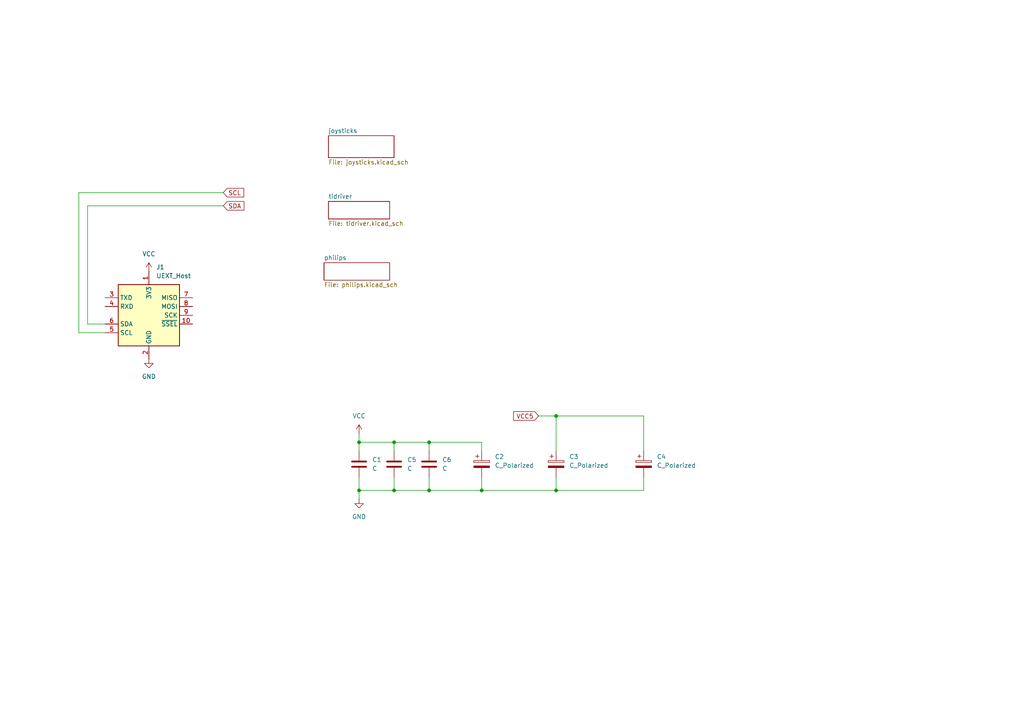
<source format=kicad_sch>
(kicad_sch (version 20250114) (generator "eeschema") (generator_version "9.0")
  (paper "A4")
  (lib_symbols
    (symbol "Connector:UEXT_Host"
      (property "Reference" "J" (at 5.08 10.16 0))
      (property "Value" "UEXT_Host" (at 6.35 -10.16 0))
      (symbol "UEXT_Host_1_1"
        (rectangle (start -8.89 8.89) (end 8.89 -8.89) (stroke (width 0.254)) (fill (type background)))
        (pin output line (at -12.7 5.08 0) (length 3.81) (name "TXD") (number "3"))
        (pin input line (at -12.7 2.54 0) (length 3.81) (name "RXD") (number "4"))
        (pin bidirectional line (at -12.7 -2.54 0) (length 3.81) (name "SDA") (number "6"))
        (pin output line (at -12.7 -5.08 0) (length 3.81) (name "SCL") (number "5"))
        (pin power_in line (at 0 12.7 270) (length 3.81) (name "3V3") (number "1"))
        (pin power_in line (at 0 -12.7 90) (length 3.81) (name "GND") (number "2"))
        (pin output line (at 12.7 5.08 180) (length 3.81) (name "MISO") (number "7"))
        (pin input line (at 12.7 2.54 180) (length 3.81) (name "MOSI") (number "8"))
        (pin output line (at 12.7 0 180) (length 3.81) (name "SCK") (number "9"))
        (pin output line (at 12.7 -2.54 180) (length 3.81) (name "~{SSEL}") (number "10"))
      )
    )
    (symbol "Device:C" (pin_numbers (hide yes)) (pin_names (offset 0.254))
      (property "Reference" "C" (at 0.635 2.54 0))
      (property "Value" "C" (at 0.635 -2.54 0))
      (symbol "C_0_1"
        (polyline (pts (xy -2.032 0.762) (xy 2.032 0.762)) (stroke (width 0.508)))
        (polyline (pts (xy -2.032 -0.762) (xy 2.032 -0.762)) (stroke (width 0.508)))
      )
      (symbol "C_1_1"
        (pin passive line (at 0 3.81 270) (length 2.794) (name "~") (number "1"))
        (pin passive line (at 0 -3.81 90) (length 2.794) (name "~") (number "2"))
      )
    )
    (symbol "Device:C_Polarized" (pin_numbers (hide yes)) (pin_names (offset 0.254))
      (property "Reference" "C" (at 0.635 2.54 0))
      (property "Value" "C_Polarized" (at 0.635 -2.54 0))
      (symbol "C_Polarized_0_1"
        (rectangle (start -2.286 0.508) (end 2.286 1.016))
        (polyline (pts (xy -1.778 2.286) (xy -0.762 2.286)))
        (polyline (pts (xy -1.27 2.794) (xy -1.27 1.778)))
        (rectangle (start 2.286 -0.508) (end -2.286 -1.016) (fill (type outline)))
      )
      (symbol "C_Polarized_1_1"
        (pin passive line (at 0 3.81 270) (length 2.794) (name "~") (number "1"))
        (pin passive line (at 0 -3.81 90) (length 2.794) (name "~") (number "2"))
      )
    )
    (symbol "power:GND" (power) (pin_numbers (hide yes)) (pin_names (offset 0) (hide yes))
      (property "Value" "GND" (at 0 -3.81 0))
      (symbol "GND_0_1"
        (polyline (pts (xy 0 0) (xy 0 -1.27) (xy 1.27 -1.27) (xy 0 -2.54) (xy -1.27 -1.27) (xy 0 -1.27)))
      )
      (symbol "GND_1_1"
        (pin power_in line (at 0 0 270) (length 0) (name "~") (number "1"))
      )
    )
    (symbol "power:VCC" (power) (pin_numbers (hide yes)) (pin_names (offset 0) (hide yes))
      (property "Value" "VCC" (at 0 3.556 0))
      (symbol "VCC_0_1"
        (polyline (pts (xy -0.762 1.27) (xy 0 2.54)))
        (polyline (pts (xy 0 2.54) (xy 0.762 1.27)))
        (polyline (pts (xy 0 0) (xy 0 2.54)))
      )
      (symbol "VCC_1_1"
        (pin power_in line (at 0 0 90) (length 0) (name "~") (number "1"))
      )
    )
  )
  (junction (at 124.46 128.27))
  (junction (at 161.29 120.65))
  (junction (at 114.3 142.24))
  (junction (at 104.14 128.27))
  (junction (at 104.14 142.24))
  (junction (at 161.29 142.24))
  (junction (at 114.3 128.27))
  (junction (at 124.46 142.24))
  (junction (at 139.7 142.24))
  (wire (pts (xy 104.14 125.73) (xy 104.14 128.27)))
  (wire (pts (xy 104.14 128.27) (xy 104.14 130.81)))
  (wire (pts (xy 104.14 138.43) (xy 104.14 142.24)))
  (wire (pts (xy 161.29 142.24) (xy 186.69 142.24)))
  (wire (pts (xy 114.3 138.43) (xy 114.3 142.24)))
  (wire (pts (xy 124.46 128.27) (xy 139.7 128.27)))
  (wire (pts (xy 124.46 138.43) (xy 124.46 142.24)))
  (wire (pts (xy 161.29 120.65) (xy 186.69 120.65)))
  (wire (pts (xy 139.7 128.27) (xy 139.7 130.81)))
  (wire (pts (xy 114.3 128.27) (xy 114.3 130.81)))
  (wire (pts (xy 156.21 120.65) (xy 161.29 120.65)))
  (wire (pts (xy 139.7 142.24) (xy 124.46 142.24)))
  (wire (pts (xy 30.48 93.98) (xy 25.4 93.98)))
  (wire (pts (xy 22.86 96.52) (xy 22.86 55.88)))
  (wire (pts (xy 161.29 138.43) (xy 161.29 142.24)))
  (wire (pts (xy 186.69 120.65) (xy 186.69 130.81)))
  (wire (pts (xy 139.7 138.43) (xy 139.7 142.24)))
  (wire (pts (xy 114.3 142.24) (xy 104.14 142.24)))
  (wire (pts (xy 114.3 128.27) (xy 124.46 128.27)))
  (wire (pts (xy 104.14 142.24) (xy 104.14 144.78)))
  (wire (pts (xy 186.69 138.43) (xy 186.69 142.24)))
  (wire (pts (xy 25.4 93.98) (xy 25.4 59.69)))
  (wire (pts (xy 161.29 120.65) (xy 161.29 130.81)))
  (wire (pts (xy 25.4 59.69) (xy 64.77 59.69)))
  (wire (pts (xy 161.29 142.24) (xy 139.7 142.24)))
  (wire (pts (xy 124.46 128.27) (xy 124.46 130.81)))
  (wire (pts (xy 104.14 128.27) (xy 114.3 128.27)))
  (wire (pts (xy 22.86 55.88) (xy 64.77 55.88)))
  (wire (pts (xy 124.46 142.24) (xy 114.3 142.24)))
  (wire (pts (xy 30.48 96.52) (xy 22.86 96.52)))
  (global_label "SDA" (shape input) (at 64.77 59.69 0) (property "Intersheetrefs" "${INTERSHEET_REFS}" (effects (hide yes))))
  (global_label "VCC5" (shape input) (at 156.21 120.65 180) (property "Intersheetrefs" "${INTERSHEET_REFS}" (effects (hide yes))))
  (global_label "SCL" (shape input) (at 64.77 55.88 0) (property "Intersheetrefs" "${INTERSHEET_REFS}" (effects (hide yes))))
  (symbol (lib_id "Device:C_Polarized") (at 161.29 134.62 0) (unit 1)
    (property "Reference" "C3" (at 165.1 132.4609 0) (effects (justify left)))
    (property "Value" "C_Polarized" (at 165.1 135.0009 0) (effects (justify left)))
    (property "Footprint" "Capacitor_THT:CP_Radial_D5.0mm_P2.00mm" (effects (hide yes)))
    (property "Description" "Polarized capacitor" (effects (hide yes)))
  )
  (symbol (lib_id "power:GND") (at 43.18 104.14 0) (unit 1)
    (property "Reference" "#PWR01" (effects (hide yes)))
    (property "Value" "GND" (at 43.18 109.22 0))
    (property "Description" "Power symbol creates a global label with name \"GND\" , ground" (effects (hide yes)))
  )
  (symbol (lib_id "Device:C_Polarized") (at 139.7 134.62 0) (unit 1)
    (property "Reference" "C2" (at 143.51 132.4609 0) (effects (justify left)))
    (property "Value" "C_Polarized" (at 143.51 135.0009 0) (effects (justify left)))
    (property "Footprint" "Capacitor_THT:CP_Radial_D5.0mm_P2.00mm" (effects (hide yes)))
    (property "Description" "Polarized capacitor" (effects (hide yes)))
  )
  (symbol (lib_id "power:GND") (at 104.14 144.78 0) (unit 1)
    (property "Reference" "#PWR030" (effects (hide yes)))
    (property "Value" "GND" (at 104.14 149.86 0))
    (property "Description" "Power symbol creates a global label with name \"GND\" , ground" (effects (hide yes)))
  )
  (symbol (lib_id "Connector:UEXT_Host") (at 43.18 91.44 0) (unit 1)
    (property "Reference" "J1" (at 45.3233 77.47 0) (effects (justify left)))
    (property "Value" "UEXT_Host" (at 45.3233 80.01 0) (effects (justify left)))
    (property "Footprint" "Connector_IDC:IDC-Header_2x05_P2.54mm_Vertical" (effects (hide yes)))
    (property "Datasheet" "https://www.olimex.com/Products/Modules/UEXT/resources/UEXT_rev_B.pdf" (effects (hide yes)))
    (property "Description" "Universal EXTension (UEXT) is a connector layout which includes power and three serial buses: Asynchronous, I2C, and SPI" (effects (hide yes)))
    (property "LCSC" "C5665" (effects (hide yes)))
  )
  (symbol (lib_id "power:VCC") (at 43.18 78.74 0) (unit 1)
    (property "Reference" "#PWR04" (effects (hide yes)))
    (property "Value" "VCC" (at 43.18 73.66 0))
    (property "Description" "Power symbol creates a global label with name \"VCC\"" (effects (hide yes)))
  )
  (symbol (lib_id "Device:C") (at 104.14 134.62 0) (unit 1)
    (property "Reference" "C1" (at 107.95 133.3499 0) (effects (justify left)))
    (property "Value" "C" (at 107.95 135.8899 0) (effects (justify left)))
    (property "Footprint" "PCM_Diode_SMD_Handsoldering_AKL:D_0603_1608Metric" (effects (hide yes)))
    (property "Description" "Unpolarized capacitor" (effects (hide yes)))
    (property "LCSC" "C14663" (effects (hide yes)))
  )
  (symbol (lib_id "Device:C") (at 114.3 134.62 0) (unit 1)
    (property "Reference" "C5" (at 118.11 133.3499 0) (effects (justify left)))
    (property "Value" "C" (at 118.11 135.8899 0) (effects (justify left)))
    (property "Footprint" "PCM_Diode_SMD_Handsoldering_AKL:D_0603_1608Metric" (effects (hide yes)))
    (property "Description" "Unpolarized capacitor" (effects (hide yes)))
    (property "LCSC" "C14663" (effects (hide yes)))
  )
  (symbol (lib_id "Device:C_Polarized") (at 186.69 134.62 0) (unit 1)
    (property "Reference" "C4" (at 190.5 132.4609 0) (effects (justify left)))
    (property "Value" "C_Polarized" (at 190.5 135.0009 0) (effects (justify left)))
    (property "Footprint" "Capacitor_THT:CP_Radial_D5.0mm_P2.00mm" (effects (hide yes)))
    (property "Description" "Polarized capacitor" (effects (hide yes)))
  )
  (symbol (lib_id "power:VCC") (at 104.14 125.73 0) (unit 1)
    (property "Reference" "#PWR031" (effects (hide yes)))
    (property "Value" "VCC" (at 104.14 120.65 0))
    (property "Description" "Power symbol creates a global label with name \"VCC\"" (effects (hide yes)))
  )
  (symbol (lib_id "Device:C") (at 124.46 134.62 0) (unit 1)
    (property "Reference" "C6" (at 128.27 133.3499 0) (effects (justify left)))
    (property "Value" "C" (at 128.27 135.8899 0) (effects (justify left)))
    (property "Footprint" "PCM_Diode_SMD_Handsoldering_AKL:D_0603_1608Metric" (effects (hide yes)))
    (property "Description" "Unpolarized capacitor" (effects (hide yes)))
    (property "LCSC" "C14663" (effects (hide yes)))
  )
  (sheet (at 93.98 76.2) (size 19.05 5.08) (stroke (width 0.1524))
    (property "Sheetname" "philips" (at 93.98 75.4884 0) (effects (justify left bottom)))
    (property "Sheetfile" "philips.kicad_sch" (at 93.98 81.8646 0) (effects (justify left top)))
  )
  (sheet (at 95.25 39.37) (size 19.05 6.35) (stroke (width 0.1524))
    (property "Sheetname" "joysticks" (at 95.25 38.6584 0) (effects (justify left bottom)))
    (property "Sheetfile" "joysticks.kicad_sch" (at 95.25 46.3046 0) (effects (justify left top)))
  )
  (sheet (at 95.25 58.42) (size 17.78 5.08) (stroke (width 0.1524))
    (property "Sheetname" "tidriver" (at 95.25 57.7084 0) (effects (justify left bottom)))
    (property "Sheetfile" "tidriver.kicad_sch" (at 95.25 64.0846 0) (effects (justify left top)))
  )
)
</source>
